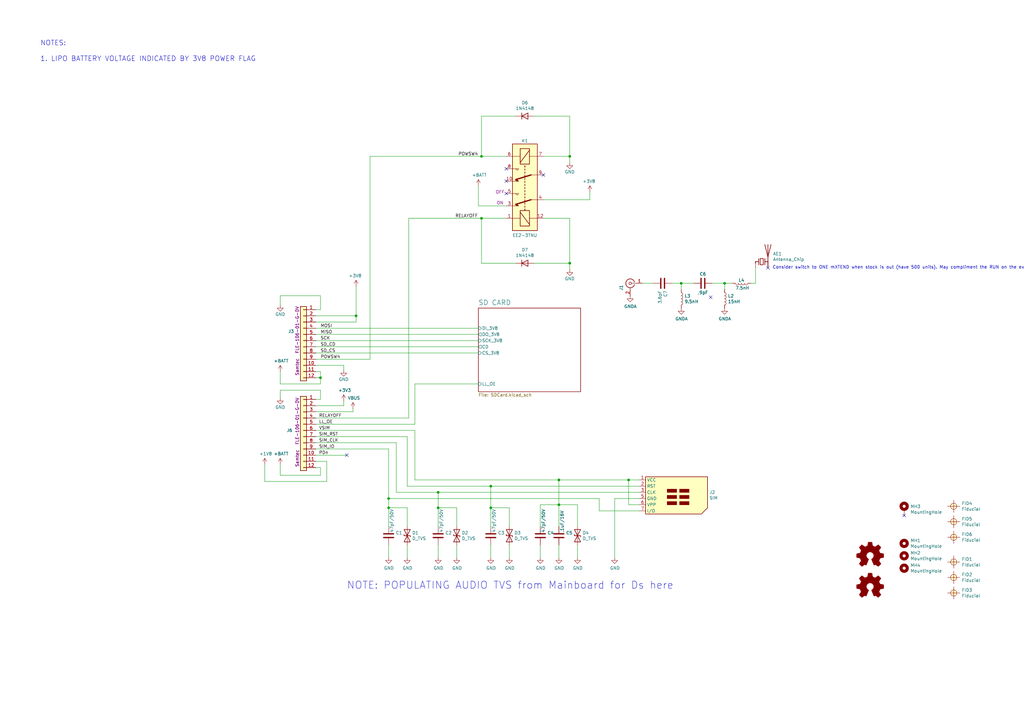
<source format=kicad_sch>
(kicad_sch (version 20211123) (generator eeschema)
  (paper "A3")
  (title_block (title "4G ROTARY CELLPHONE DAUGHTERBOARD") (company "J. Haupt") (comment 1 "Sky's Edge"))
  (lib_symbols
    (symbol "Connector:Conn_Coaxial" (pin_names (offset 1.016) hide)
      (property "Reference" "J" (at 0.254 3.048 0))
      (property "Value" "Conn_Coaxial" (at 2.921 0 90))
      (symbol "Conn_Coaxial_0_1"
        (arc (start -1.778 -0.508) (mid 0.222 -1.808) (end 1.778 0) (stroke (width 0.254)))
        (polyline (pts (xy -2.54 0) (xy -0.508 0)))
        (polyline (pts (xy 0 -2.54) (xy 0 -1.778)))
        (circle (center 0 0) (radius 0.508) (stroke (width 0.2032)))
        (arc (start 1.778 0) (mid 0.222 1.8083) (end -1.778 0.508) (stroke (width 0.254)))
      )
      (symbol "Conn_Coaxial_1_1"
        (pin passive line (at -5.08 0 0) (length 2.54) (name "In") (number "1"))
        (pin passive line (at 0 -5.08 90) (length 2.54) (name "Ext") (number "2"))
      )
    )
    (symbol "Connector:SIM_Card"
      (property "Reference" "J" (at -2.54 12.7 0))
      (property "Value" "SIM_Card" (at -1.27 10.16 0))
      (symbol "SIM_Card_0_1"
        (rectangle (start -1.27 -2.54) (end 2.54 -1.27) (stroke (width 0.254)) (fill (type outline)))
        (rectangle (start -1.27 0) (end 2.54 1.27) (stroke (width 0.254)) (fill (type outline)))
        (rectangle (start -1.27 2.54) (end 2.54 3.81) (stroke (width 0.254)) (fill (type outline)))
        (polyline (pts (xy -10.16 8.89) (xy 15.24 8.89) (xy 15.24 -3.81) (xy 12.7 -6.35) (xy -10.16 -6.35) (xy -10.16 8.89)) (stroke (width 0.254)) (fill (type background)))
        (rectangle (start 3.81 -1.27) (end 7.62 -2.54) (stroke (width 0.254)) (fill (type outline)))
        (rectangle (start 3.81 0) (end 7.62 1.27) (stroke (width 0.254)) (fill (type outline)))
        (rectangle (start 3.81 2.54) (end 7.62 3.81) (stroke (width 0.254)) (fill (type outline)))
      )
      (symbol "SIM_Card_1_1"
        (pin power_in line (at -12.7 7.62 0) (length 2.54) (name "VCC") (number "1"))
        (pin input line (at -12.7 5.08 0) (length 2.54) (name "RST") (number "2"))
        (pin input line (at -12.7 2.54 0) (length 2.54) (name "CLK") (number "3"))
        (pin power_in line (at -12.7 0 0) (length 2.54) (name "GND") (number "5"))
        (pin input line (at -12.7 -2.54 0) (length 2.54) (name "VPP") (number "6"))
        (pin bidirectional line (at -12.7 -5.08 0) (length 2.54) (name "I/O") (number "7"))
      )
    )
    (symbol "Connector_Generic:Conn_01x12" (pin_names (offset 1.016) hide)
      (property "Reference" "J" (at 0 15.24 0))
      (property "Value" "Conn_01x12" (at 0 -17.78 0))
      (symbol "Conn_01x12_1_1"
        (rectangle (start -1.27 -15.113) (end 0 -15.367) (stroke (width 0.1524)))
        (rectangle (start -1.27 -12.573) (end 0 -12.827) (stroke (width 0.1524)))
        (rectangle (start -1.27 -10.033) (end 0 -10.287) (stroke (width 0.1524)))
        (rectangle (start -1.27 -7.493) (end 0 -7.747) (stroke (width 0.1524)))
        (rectangle (start -1.27 -4.953) (end 0 -5.207) (stroke (width 0.1524)))
        (rectangle (start -1.27 -2.413) (end 0 -2.667) (stroke (width 0.1524)))
        (rectangle (start -1.27 0.127) (end 0 -0.127) (stroke (width 0.1524)))
        (rectangle (start -1.27 2.667) (end 0 2.413) (stroke (width 0.1524)))
        (rectangle (start -1.27 5.207) (end 0 4.953) (stroke (width 0.1524)))
        (rectangle (start -1.27 7.747) (end 0 7.493) (stroke (width 0.1524)))
        (rectangle (start -1.27 10.287) (end 0 10.033) (stroke (width 0.1524)))
        (rectangle (start -1.27 12.827) (end 0 12.573) (stroke (width 0.1524)))
        (rectangle (start -1.27 13.97) (end 1.27 -16.51) (stroke (width 0.254)) (fill (type background)))
        (pin passive line (at -5.08 12.7 0) (length 3.81) (name "Pin_1") (number "1"))
        (pin passive line (at -5.08 -10.16 0) (length 3.81) (name "Pin_10") (number "10"))
        (pin passive line (at -5.08 -12.7 0) (length 3.81) (name "Pin_11") (number "11"))
        (pin passive line (at -5.08 -15.24 0) (length 3.81) (name "Pin_12") (number "12"))
        (pin passive line (at -5.08 10.16 0) (length 3.81) (name "Pin_2") (number "2"))
        (pin passive line (at -5.08 7.62 0) (length 3.81) (name "Pin_3") (number "3"))
        (pin passive line (at -5.08 5.08 0) (length 3.81) (name "Pin_4") (number "4"))
        (pin passive line (at -5.08 2.54 0) (length 3.81) (name "Pin_5") (number "5"))
        (pin passive line (at -5.08 0 0) (length 3.81) (name "Pin_6") (number "6"))
        (pin passive line (at -5.08 -2.54 0) (length 3.81) (name "Pin_7") (number "7"))
        (pin passive line (at -5.08 -5.08 0) (length 3.81) (name "Pin_8") (number "8"))
        (pin passive line (at -5.08 -7.62 0) (length 3.81) (name "Pin_9") (number "9"))
      )
    )
    (symbol "Device:Antenna_Chip" (pin_numbers hide) (pin_names (offset 1.016) hide)
      (property "Reference" "AE" (at 0 5.08 0))
      (property "Value" "Antenna_Chip" (at 0 3.175 0))
      (symbol "Antenna_Chip_0_1"
        (polyline (pts (xy -2.54 0) (xy -2.54 -0.635)) (stroke (width 0.254)))
        (polyline (pts (xy -2.54 0) (xy -1.27 0)) (stroke (width 0.254)))
        (polyline (pts (xy 1.27 0) (xy 2.54 0)) (stroke (width 0.254)))
        (polyline (pts (xy 1.27 1.27) (xy 1.27 -1.27)) (stroke (width 0.254)))
        (polyline (pts (xy 2.54 -0.635) (xy 2.54 0)))
        (polyline (pts (xy 2.54 6.985) (xy 2.54 -1.905)) (stroke (width 0.254)))
        (polyline (pts (xy -1.27 1.27) (xy -1.27 -1.27) (xy -1.27 0)) (stroke (width 0.254)))
        (polyline (pts (xy 3.81 6.985) (xy 2.54 1.905) (xy 1.27 6.985)) (stroke (width 0.254)))
        (polyline (pts (xy -0.635 1.27) (xy 0.635 1.27) (xy 0.635 -1.27) (xy -0.635 -1.27) (xy -0.635 1.27)) (stroke (width 0.254)))
      )
      (symbol "Antenna_Chip_1_1"
        (pin input line (at -2.54 -2.54 90) (length 2.54) (name "FEED") (number "1"))
        (pin passive line (at 2.54 -2.54 90) (length 2.54) (name "PCB_Trace") (number "2"))
      )
    )
    (symbol "Device:C" (pin_numbers hide) (pin_names (offset 0.254))
      (property "Reference" "C" (at 0.635 2.54 0))
      (property "Value" "C" (at 0.635 -2.54 0))
      (symbol "C_0_1"
        (polyline (pts (xy -2.032 -0.762) (xy 2.032 -0.762)) (stroke (width 0.508)))
        (polyline (pts (xy -2.032 0.762) (xy 2.032 0.762)) (stroke (width 0.508)))
      )
      (symbol "C_1_1"
        (pin passive line (at 0 3.81 270) (length 2.794) (name "~") (number "1"))
        (pin passive line (at 0 -3.81 90) (length 2.794) (name "~") (number "2"))
      )
    )
    (symbol "Device:D_TVS" (pin_numbers hide) (pin_names (offset 1.016) hide)
      (property "Reference" "D" (at 0 2.54 0))
      (property "Value" "D_TVS" (at 0 -2.54 0))
      (symbol "D_TVS_0_1"
        (polyline (pts (xy 1.27 0) (xy -1.27 0)))
        (polyline (pts (xy 0.508 1.27) (xy 0 1.27) (xy 0 -1.27) (xy -0.508 -1.27)) (stroke (width 0.254)))
        (polyline (pts (xy -2.54 1.27) (xy -2.54 -1.27) (xy 2.54 1.27) (xy 2.54 -1.27) (xy -2.54 1.27)) (stroke (width 0.254)))
      )
      (symbol "D_TVS_1_1"
        (pin passive line (at -3.81 0 0) (length 2.54) (name "A1") (number "1"))
        (pin passive line (at 3.81 0 180) (length 2.54) (name "A2") (number "2"))
      )
    )
    (symbol "Device:L" (pin_numbers hide) (pin_names (offset 1.016) hide)
      (property "Reference" "L" (at -1.27 0 90))
      (property "Value" "L" (at 1.905 0 90))
      (symbol "L_0_1"
        (arc (start 0 -2.54) (mid 0.635 -1.905) (end 0 -1.27))
        (arc (start 0 -1.27) (mid 0.635 -0.635) (end 0 0))
        (arc (start 0 0) (mid 0.635 0.635) (end 0 1.27))
        (arc (start 0 1.27) (mid 0.635 1.905) (end 0 2.54))
      )
      (symbol "L_1_1"
        (pin passive line (at 0 3.81 270) (length 1.27) (name "1") (number "1"))
        (pin passive line (at 0 -3.81 90) (length 1.27) (name "2") (number "2"))
      )
    )
    (symbol "Diode:1N4148" (pin_numbers hide) (pin_names (offset 1.016) hide)
      (property "Reference" "D" (at 0 2.54 0))
      (property "Value" "1N4148" (at 0 -2.54 0))
      (symbol "1N4148_0_1"
        (polyline (pts (xy -1.27 1.27) (xy -1.27 -1.27)) (stroke (width 0.254)))
        (polyline (pts (xy 1.27 0) (xy -1.27 0)))
        (polyline (pts (xy 1.27 1.27) (xy 1.27 -1.27) (xy -1.27 0) (xy 1.27 1.27)) (stroke (width 0.254)))
      )
      (symbol "1N4148_1_1"
        (pin passive line (at -3.81 0 0) (length 2.54) (name "K") (number "1"))
        (pin passive line (at 3.81 0 180) (length 2.54) (name "A") (number "2"))
      )
    )
    (symbol "Graphic:Logo_Open_Hardware_Small" (pin_names (offset 1.016))
      (symbol "Logo_Open_Hardware_Small_0_1"
        (polyline (pts (xy 3.3528 -4.3434) (xy 3.302 -4.318) (xy 3.175 -4.2418) (xy 2.9972 -4.1148) (xy 2.7686 -3.9624) (xy 2.54 -3.81) (xy 2.3622 -3.7084) (xy 2.2352 -3.6068) (xy 2.1844 -3.5814) (xy 2.159 -3.6068) (xy 2.0574 -3.6576) (xy 1.905 -3.7338) (xy 1.8034 -3.7846) (xy 1.6764 -3.8354) (xy 1.6002 -3.8354) (xy 1.6002 -3.8354) (xy 1.5494 -3.7338) (xy 1.4732 -3.5306) (xy 1.3462 -3.302) (xy 1.2446 -3.0226) (xy 1.1176 -2.7178) (xy 0.9652 -2.413) (xy 0.8636 -2.1082) (xy 0.7366 -1.8288) (xy 0.6604 -1.6256) (xy 0.6096 -1.4732) (xy 0.5842 -1.397) (xy 0.5842 -1.397) (xy 0.6604 -1.3208) (xy 0.7874 -1.2446) (xy 1.0414 -1.016) (xy 1.2954 -0.6858) (xy 1.4478 -0.3302) (xy 1.524 0.0762) (xy 1.4732 0.4572) (xy 1.3208 0.8128) (xy 1.0668 1.143) (xy 0.762 1.3716) (xy 0.4064 1.524) (xy 0 1.5748) (xy -0.381 1.5494) (xy -0.7366 1.397) (xy -1.0668 1.143) (xy -1.2192 0.9906) (xy -1.397 0.6604) (xy -1.524 0.3048) (xy -1.524 0.2286) (xy -1.4986 -0.1778) (xy -1.397 -0.5334) (xy -1.1938 -0.8636) (xy -0.9144 -1.143) (xy -0.8636 -1.1684) (xy -0.7366 -1.27) (xy -0.635 -1.3462) (xy -0.5842 -1.397) (xy -1.0668 -2.5908) (xy -1.143 -2.794) (xy -1.2954 -3.1242) (xy -1.397 -3.4036) (xy -1.4986 -3.6322) (xy -1.5748 -3.7846) (xy -1.6002 -3.8354) (xy -1.6002 -3.8354) (xy -1.651 -3.8354) (xy -1.7272 -3.81) (xy -1.905 -3.7338) (xy -2.0066 -3.683) (xy -2.1336 -3.6068) (xy -2.2098 -3.5814) (xy -2.2606 -3.6068) (xy -2.3622 -3.683) (xy -2.54 -3.81) (xy -2.7686 -3.9624) (xy -2.9718 -4.0894) (xy -3.1496 -4.2164) (xy -3.302 -4.318) (xy -3.3528 -4.3434) (xy -3.3782 -4.3434) (xy -3.429 -4.318) (xy -3.5306 -4.2164) (xy -3.7084 -4.064) (xy -3.937 -3.8354) (xy -3.9624 -3.81) (xy -4.1656 -3.6068) (xy -4.318 -3.4544) (xy -4.4196 -3.3274) (xy -4.445 -3.2766) (xy -4.445 -3.2766) (xy -4.4196 -3.2258) (xy -4.318 -3.0734) (xy -4.2164 -2.8956) (xy -4.064 -2.667) (xy -3.6576 -2.0828) (xy -3.8862 -1.5494) (xy -3.937 -1.3716) (xy -4.0386 -1.1684) (xy -4.0894 -1.0414) (xy -4.1148 -0.9652) (xy -4.191 -0.9398) (xy -4.318 -0.9144) (xy -4.5466 -0.8636) (xy -4.8006 -0.8128) (xy -5.0546 -0.7874) (xy -5.2578 -0.7366) (xy -5.4356 -0.7112) (xy -5.5118 -0.6858) (xy -5.5118 -0.6858) (xy -5.5372 -0.635) (xy -5.5372 -0.5588) (xy -5.5372 -0.4318) (xy -5.5626 -0.2286) (xy -5.5626 0.0762) (xy -5.5626 0.127) (xy -5.5372 0.4064) (xy -5.5372 0.635) (xy -5.5372 0.762) (xy -5.5372 0.8382) (xy -5.5372 0.8382) (xy -5.461 0.8382) (xy -5.3086 0.889) (xy -5.08 0.9144) (xy -4.826 0.9652) (xy -4.8006 0.9906) (xy -4.5466 1.0414) (xy -4.318 1.0668) (xy -4.1656 1.1176) (xy -4.0894 1.143) (xy -4.0894 1.143) (xy -4.0386 1.2446) (xy -3.9624 1.4224) (xy -3.8608 1.6256) (xy -3.7846 1.8288) (xy -3.7084 2.0066) (xy -3.6576 2.159) (xy -3.6322 2.2098) (xy -3.6322 2.2098) (xy -3.683 2.286) (xy -3.7592 2.413) (xy -3.8862 2.5908) (xy -4.064 2.8194) (xy -4.064 2.8448) (xy -4.2164 3.0734) (xy -4.3434 3.2512) (xy -4.4196 3.3782) (xy -4.445 3.4544) (xy -4.445 3.4544) (xy -4.3942 3.5052) (xy -4.2926 3.6322) (xy -4.1148 3.81) (xy -3.937 4.0132) (xy -3.8608 4.064) (xy -3.6576 4.2926) (xy -3.5052 4.4196) (xy -3.4036 4.4958) (xy -3.3528 4.5212) (xy -3.3528 4.5212) (xy -3.302 4.4704) (xy -3.1496 4.3688) (xy -2.9718 4.2418) (xy -2.7432 4.0894) (xy -2.7178 4.0894) (xy -2.4892 3.937) (xy -2.3114 3.81) (xy -2.1844 3.7084) (xy -2.1336 3.683) (xy -2.1082 3.683) (xy -2.032 3.7084) (xy -1.8542 3.7592) (xy -1.6764 3.8354) (xy -1.4732 3.937) (xy -1.27 4.0132) (xy -1.143 4.064) (xy -1.0668 4.1148) (xy -1.0668 4.1148) (xy -1.0414 4.191) (xy -1.016 4.3434) (xy -0.9652 4.572) (xy -0.9144 4.8514) (xy -0.889 4.9022) (xy -0.8382 5.1562) (xy -0.8128 5.3848) (xy -0.7874 5.5372) (xy -0.762 5.588) (xy -0.7112 5.6134) (xy -0.5842 5.6134) (xy -0.4064 5.6134) (xy -0.1524 5.6134) (xy 0.0762 5.6134) (xy 0.3302 5.6134) (xy 0.5334 5.6134) (xy 0.6858 5.588) (xy 0.7366 5.588) (xy 0.7366 5.588) (xy 0.762 5.5118) (xy 0.8128 5.334) (xy 0.8382 5.1054) (xy 0.9144 4.826) (xy 0.9144 4.7752) (xy 0.9652 4.5212) (xy 1.016 4.2926) (xy 1.0414 4.1402) (xy 1.0668 4.0894) (xy 1.0668 4.0894) (xy 1.1938 4.0386) (xy 1.3716 3.9624) (xy 1.5748 3.8608) (xy 2.0828 3.6576) (xy 2.7178 4.0894) (xy 2.7686 4.1402) (xy 2.9972 4.2926) (xy 3.175 4.4196) (xy 3.302 4.4958) (xy 3.3782 4.5212) (xy 3.3782 4.5212) (xy 3.429 4.4704) (xy 3.556 4.3434) (xy 3.7338 4.191) (xy 3.9116 3.9878) (xy 4.064 3.8354) (xy 4.2418 3.6576) (xy 4.3434 3.556) (xy 4.4196 3.4798) (xy 4.4196 3.429) (xy 4.4196 3.4036) (xy 4.3942 3.3274) (xy 4.2926 3.2004) (xy 4.1656 2.9972) (xy 4.0132 2.794) (xy 3.8862 2.5908) (xy 3.7592 2.3876) (xy 3.6576 2.2352) (xy 3.6322 2.159) (xy 3.6322 2.1336) (xy 3.683 2.0066) (xy 3.7592 1.8288) (xy 3.8608 1.6002) (xy 4.064 1.1176) (xy 4.3942 1.0414) (xy 4.5974 1.016) (xy 4.8768 0.9652) (xy 5.1308 0.9144) (xy 5.5372 0.8382) (xy 5.5626 -0.6604) (xy 5.4864 -0.6858) (xy 5.4356 -0.6858) (xy 5.2832 -0.7366) (xy 5.0546 -0.762) (xy 4.8006 -0.8128) (xy 4.5974 -0.8636) (xy 4.3688 -0.9144) (xy 4.2164 -0.9398) (xy 4.1402 -0.9398) (xy 4.1148 -0.9652) (xy 4.064 -1.0668) (xy 3.9878 -1.2446) (xy 3.9116 -1.4478) (xy 3.81 -1.651) (xy 3.7338 -1.8542) (xy 3.683 -2.0066) (xy 3.6576 -2.0828) (xy 3.683 -2.1336) (xy 3.7846 -2.2606) (xy 3.8862 -2.4638) (xy 4.0386 -2.667) (xy 4.191 -2.8956) (xy 4.318 -3.0734) (xy 4.3942 -3.2004) (xy 4.445 -3.2766) (xy 4.4196 -3.3274) (xy 4.3434 -3.429) (xy 4.1656 -3.5814) (xy 3.937 -3.8354) (xy 3.8862 -3.8608) (xy 3.683 -4.064) (xy 3.5306 -4.2164) (xy 3.4036 -4.318) (xy 3.3528 -4.3434)) (fill (type outline)))
      )
    )
    (symbol "Mechanical:MountingHole" (pin_names (offset 1.016))
      (property "Reference" "H" (at 0 5.08 0))
      (property "Value" "MountingHole" (at 0 3.175 0))
      (symbol "MountingHole_0_1"
        (circle (center 0 0) (radius 1.27) (stroke (width 1.27)))
      )
    )
    (symbol "Mechanical:MountingHole_Pad" (pin_numbers hide) (pin_names (offset 1.016) hide)
      (property "Reference" "H" (at 0 6.35 0))
      (property "Value" "MountingHole_Pad" (at 0 4.445 0))
      (symbol "MountingHole_Pad_0_1"
        (circle (center 0 1.27) (radius 1.27) (stroke (width 1.27)))
      )
      (symbol "MountingHole_Pad_1_1"
        (pin input line (at 0 -2.54 90) (length 2.54) (name "1") (number "1"))
      )
    )
    (symbol "MyLibrary:Fiducial" (pin_names (offset 1.016))
      (property "Reference" "FID" (at 0 -3.81 0))
      (property "Value" "MyLibrary_Fiducial" (at 0 3.81 0))
      (symbol "Fiducial_0_1"
        (polyline (pts (xy -2.54 0) (xy 2.54 0)))
        (polyline (pts (xy 0 -2.54) (xy 0 2.54)))
        (circle (center 0 0) (radius 1.27) (fill (type background)))
      )
    )
    (symbol "MyLibrary:RELAY_2COIL" (pin_names (offset 1.016))
      (property "Reference" "K" (at -17.78 6.35 0))
      (property "Value" "MyLibrary_RELAY_2COIL" (at 20.32 -6.35 0))
      (symbol "RELAY_2COIL_1_1"
        (rectangle (start -17.78 5.08) (end 17.78 -5.08) (stroke (width 0.254)) (fill (type background)))
        (rectangle (start -15.875 1.905) (end -9.525 -1.905) (stroke (width 0.254)))
        (polyline (pts (xy -15.24 -1.905) (xy -10.16 1.905)) (stroke (width 0.254)))
        (polyline (pts (xy -12.7 -5.08) (xy -12.7 -1.905)))
        (polyline (pts (xy -12.7 5.08) (xy -12.7 1.905)))
        (polyline (pts (xy -9.525 0) (xy -8.89 0)) (stroke (width 0.254)))
        (polyline (pts (xy -9.525 0) (xy -8.89 0)) (stroke (width 0.254)))
        (polyline (pts (xy -8.255 0) (xy -7.62 0)) (stroke (width 0.254)))
        (polyline (pts (xy -7.62 2.54) (xy -7.62 5.08)))
        (polyline (pts (xy -6.985 0) (xy -6.35 0)) (stroke (width 0.254)))
        (polyline (pts (xy -5.715 0) (xy -5.08 0)) (stroke (width 0.254)))
        (polyline (pts (xy -5.08 -2.54) (xy -6.985 3.81)) (stroke (width 0.508)))
        (polyline (pts (xy -5.08 -2.54) (xy -5.08 -5.08)))
        (polyline (pts (xy -4.445 0) (xy -3.81 0)) (stroke (width 0.254)))
        (polyline (pts (xy -3.175 0) (xy -2.54 0)) (stroke (width 0.254)))
        (polyline (pts (xy -2.54 2.54) (xy -2.54 5.08)))
        (polyline (pts (xy -1.905 0) (xy -1.27 0)) (stroke (width 0.254)))
        (polyline (pts (xy -0.635 0) (xy 0 0)) (stroke (width 0.254)))
        (polyline (pts (xy 0.635 0) (xy 1.27 0)) (stroke (width 0.254)))
        (polyline (pts (xy 1.905 0) (xy 2.54 0)) (stroke (width 0.254)))
        (polyline (pts (xy 2.54 2.54) (xy 2.54 5.08)))
        (polyline (pts (xy 3.175 0) (xy 3.81 0)) (stroke (width 0.254)))
        (polyline (pts (xy 4.445 0) (xy 5.08 0)) (stroke (width 0.254)))
        (polyline (pts (xy 5.08 -2.54) (xy 3.175 3.81)) (stroke (width 0.508)))
        (polyline (pts (xy 5.08 -2.54) (xy 5.08 -5.08)))
        (polyline (pts (xy 5.715 0) (xy 6.35 0)) (stroke (width 0.254)))
        (polyline (pts (xy 6.985 0) (xy 7.62 0)) (stroke (width 0.254)))
        (polyline (pts (xy 7.62 2.54) (xy 7.62 5.08)))
        (polyline (pts (xy 8.255 0) (xy 8.89 0)) (stroke (width 0.254)))
        (polyline (pts (xy 8.255 0) (xy 8.89 0)) (stroke (width 0.254)))
        (polyline (pts (xy 12.7 -5.08) (xy 12.7 -1.905)))
        (polyline (pts (xy 12.7 5.08) (xy 12.7 1.905)))
        (polyline (pts (xy 15.24 -1.905) (xy 10.16 1.905)) (stroke (width 0.254)))
        (polyline (pts (xy -7.62 2.54) (xy -6.985 3.175) (xy -7.62 3.81)) (fill (type outline)))
        (polyline (pts (xy -2.54 2.54) (xy -3.175 3.175) (xy -2.54 3.81)))
        (polyline (pts (xy 2.54 2.54) (xy 3.175 3.175) (xy 2.54 3.81)) (fill (type outline)))
        (polyline (pts (xy 7.62 2.54) (xy 6.985 3.175) (xy 7.62 3.81)))
        (rectangle (start 15.875 1.905) (end 9.525 -1.905) (stroke (width 0.254)))
        (pin passive line (at -12.7 7.62 270) (length 2.54) (name "~") (number "1"))
        (pin passive line (at 2.54 7.62 270) (length 2.54) (name "~") (number "10"))
        (pin passive line (at -12.7 -7.62 90) (length 2.54) (name "~") (number "12"))
        (pin passive line (at -7.62 7.62 270) (length 2.54) (name "~") (number "3"))
        (pin passive line (at -5.08 -7.62 90) (length 2.54) (name "~") (number "4"))
        (pin passive line (at -2.54 7.62 270) (length 2.54) (name "~") (number "5"))
        (pin passive line (at 12.7 7.62 270) (length 2.54) (name "~") (number "6"))
        (pin passive line (at 12.7 -7.62 90) (length 2.54) (name "~") (number "7"))
        (pin passive line (at 7.62 7.62 270) (length 2.54) (name "~") (number "8"))
        (pin passive line (at 5.08 -7.62 90) (length 2.54) (name "~") (number "9"))
      )
    )
    (symbol "power:+1V8" (power) (pin_names (offset 0))
      (property "Value" "+1V8" (at 0 3.556 0))
      (symbol "+1V8_0_1"
        (polyline (pts (xy -0.762 1.27) (xy 0 2.54)))
        (polyline (pts (xy 0 0) (xy 0 2.54)))
        (polyline (pts (xy 0 2.54) (xy 0.762 1.27)))
      )
      (symbol "+1V8_1_1"
        (pin power_in line (at 0 0 90) (length 0) hide (name "+1V8") (number "1"))
      )
    )
    (symbol "power:+3V3" (power) (pin_names (offset 0))
      (property "Value" "+3V3" (at 0 3.556 0))
      (symbol "+3V3_0_1"
        (polyline (pts (xy -0.762 1.27) (xy 0 2.54)))
        (polyline (pts (xy 0 0) (xy 0 2.54)))
        (polyline (pts (xy 0 2.54) (xy 0.762 1.27)))
      )
      (symbol "+3V3_1_1"
        (pin power_in line (at 0 0 90) (length 0) hide (name "+3V3") (number "1"))
      )
    )
    (symbol "power:+3V8" (power) (pin_names (offset 0))
      (property "Value" "+3V8" (at 0 3.556 0))
      (symbol "+3V8_0_1"
        (polyline (pts (xy -0.762 1.27) (xy 0 2.54)))
        (polyline (pts (xy 0 0) (xy 0 2.54)))
        (polyline (pts (xy 0 2.54) (xy 0.762 1.27)))
      )
      (symbol "+3V8_1_1"
        (pin power_in line (at 0 0 90) (length 0) hide (name "+3V8") (number "1"))
      )
    )
    (symbol "power:+BATT" (power) (pin_names (offset 0))
      (property "Value" "+BATT" (at 0 3.556 0))
      (symbol "+BATT_0_1"
        (polyline (pts (xy -0.762 1.27) (xy 0 2.54)))
        (polyline (pts (xy 0 0) (xy 0 2.54)))
        (polyline (pts (xy 0 2.54) (xy 0.762 1.27)))
      )
      (symbol "+BATT_1_1"
        (pin power_in line (at 0 0 90) (length 0) hide (name "+BATT") (number "1"))
      )
    )
    (symbol "power:GND" (power) (pin_names (offset 0))
      (property "Value" "GND" (at 0 -3.81 0))
      (symbol "GND_0_1"
        (polyline (pts (xy 0 0) (xy 0 -1.27) (xy 1.27 -1.27) (xy 0 -2.54) (xy -1.27 -1.27) (xy 0 -1.27)))
      )
      (symbol "GND_1_1"
        (pin power_in line (at 0 0 270) (length 0) hide (name "GND") (number "1"))
      )
    )
    (symbol "power:GNDA" (power) (pin_names (offset 0))
      (property "Value" "GNDA" (at 0 -3.81 0))
      (symbol "GNDA_0_1"
        (polyline (pts (xy 0 0) (xy 0 -1.27) (xy 1.27 -1.27) (xy 0 -2.54) (xy -1.27 -1.27) (xy 0 -1.27)))
      )
      (symbol "GNDA_1_1"
        (pin power_in line (at 0 0 270) (length 0) hide (name "GNDA") (number "1"))
      )
    )
    (symbol "power:VBUS" (power) (pin_names (offset 0))
      (property "Value" "VBUS" (at 0 3.81 0))
      (symbol "VBUS_0_1"
        (polyline (pts (xy -0.762 1.27) (xy 0 2.54)))
        (polyline (pts (xy 0 0) (xy 0 2.54)))
        (polyline (pts (xy 0 2.54) (xy 0.762 1.27)))
      )
      (symbol "VBUS_1_1"
        (pin power_in line (at 0 0 90) (length 0) hide (name "VBUS") (number "1"))
      )
    )
  )
  (junction (at 201.295 208.28))
  (junction (at 233.68 64.135))
  (junction (at 179.705 201.93))
  (junction (at 233.68 107.95))
  (junction (at 229.235 196.85))
  (junction (at 197.485 89.535))
  (junction (at 159.385 208.28))
  (junction (at 131.445 154.94))
  (junction (at 257.81 196.85))
  (junction (at 201.295 199.39))
  (junction (at 229.235 207.01))
  (junction (at 197.485 64.135))
  (junction (at 179.705 208.28))
  (junction (at 279.4 116.205))
  (junction (at 146.05 129.54))
  (junction (at 159.385 204.47))
  (junction (at 297.18 116.205))
  (no_connect (at 207.645 69.215))
  (no_connect (at 207.645 74.295))
  (no_connect (at 314.96 109.855))
  (no_connect (at 207.645 79.375))
  (no_connect (at 222.885 71.755))
  (no_connect (at 142.24 186.69))
  (no_connect (at 291.465 121.92))
  (no_connect (at 370.84 211.455))
  (wire (pts (xy 197.485 64.135) (xy 197.485 47.625)))
  (wire (pts (xy 262.255 204.47) (xy 252.095 204.47)))
  (wire (pts (xy 133.985 189.23) (xy 133.985 197.485)))
  (wire (pts (xy 201.295 208.28) (xy 201.295 199.39)))
  (wire (pts (xy 144.78 168.91) (xy 129.54 168.91)))
  (wire (pts (xy 229.235 196.85) (xy 170.18 196.85)))
  (wire (pts (xy 129.54 132.08) (xy 146.05 132.08)))
  (wire (pts (xy 133.985 197.485) (xy 108.585 197.485)))
  (wire (pts (xy 179.705 215.9) (xy 179.705 208.28)))
  (wire (pts (xy 229.235 196.85) (xy 257.81 196.85)))
  (wire (pts (xy 170.18 196.85) (xy 170.18 176.53)))
  (wire (pts (xy 146.05 132.08) (xy 146.05 129.54)))
  (wire (pts (xy 257.81 196.85) (xy 262.255 196.85)))
  (wire (pts (xy 129.54 144.78) (xy 196.215 144.78)))
  (wire (pts (xy 131.445 163.83) (xy 131.445 160.02)))
  (wire (pts (xy 201.295 215.9) (xy 201.295 208.28)))
  (wire (pts (xy 167.005 199.39) (xy 201.295 199.39)))
  (wire (pts (xy 262.255 207.01) (xy 257.81 207.01)))
  (wire (pts (xy 236.855 215.9) (xy 236.855 207.01)))
  (wire (pts (xy 146.05 117.475) (xy 146.05 129.54)))
  (wire (pts (xy 201.295 199.39) (xy 262.255 199.39)))
  (wire (pts (xy 201.295 223.52) (xy 201.295 228.6)))
  (wire (pts (xy 233.68 64.135) (xy 222.885 64.135)))
  (wire (pts (xy 114.935 160.02) (xy 114.935 163.195)))
  (wire (pts (xy 151.765 64.135) (xy 197.485 64.135)))
  (wire (pts (xy 279.4 118.745) (xy 279.4 116.205)))
  (wire (pts (xy 236.855 228.6) (xy 236.855 223.52)))
  (wire (pts (xy 187.325 208.28) (xy 179.705 208.28)))
  (wire (pts (xy 179.705 208.28) (xy 179.705 201.93)))
  (wire (pts (xy 245.745 204.47) (xy 245.745 209.55)))
  (wire (pts (xy 211.455 107.95) (xy 197.485 107.95)))
  (wire (pts (xy 309.88 116.205) (xy 307.975 116.205)))
  (wire (pts (xy 167.64 89.535) (xy 197.485 89.535)))
  (wire (pts (xy 129.54 179.07) (xy 167.005 179.07)))
  (wire (pts (xy 236.855 207.01) (xy 229.235 207.01)))
  (wire (pts (xy 131.445 154.94) (xy 131.445 157.48)))
  (wire (pts (xy 129.54 186.69) (xy 142.24 186.69)))
  (wire (pts (xy 129.54 163.83) (xy 131.445 163.83)))
  (wire (pts (xy 146.05 129.54) (xy 129.54 129.54)))
  (wire (pts (xy 241.935 81.915) (xy 241.935 78.74)))
  (wire (pts (xy 129.54 152.4) (xy 131.445 152.4)))
  (wire (pts (xy 297.18 118.745) (xy 297.18 116.205)))
  (wire (pts (xy 197.485 47.625) (xy 211.455 47.625)))
  (wire (pts (xy 129.54 166.37) (xy 140.97 166.37)))
  (wire (pts (xy 229.235 215.9) (xy 229.235 207.01)))
  (wire (pts (xy 151.765 147.32) (xy 151.765 64.135)))
  (wire (pts (xy 108.585 197.485) (xy 108.585 190.5)))
  (wire (pts (xy 233.68 66.675) (xy 233.68 64.135)))
  (wire (pts (xy 129.54 149.86) (xy 140.97 149.86)))
  (wire (pts (xy 196.215 84.455) (xy 207.645 84.455)))
  (wire (pts (xy 129.54 184.15) (xy 159.385 184.15)))
  (wire (pts (xy 179.705 223.52) (xy 179.705 228.6)))
  (wire (pts (xy 309.88 109.855) (xy 309.88 116.205)))
  (wire (pts (xy 170.18 173.99) (xy 170.18 157.48)))
  (wire (pts (xy 229.235 207.01) (xy 221.615 207.01)))
  (wire (pts (xy 219.075 47.625) (xy 233.68 47.625)))
  (wire (pts (xy 129.54 189.23) (xy 133.985 189.23)))
  (wire (pts (xy 140.97 164.465) (xy 140.97 166.37)))
  (wire (pts (xy 114.935 190.5) (xy 114.935 194.945)))
  (wire (pts (xy 208.915 215.9) (xy 208.915 208.28)))
  (wire (pts (xy 167.005 215.9) (xy 167.005 208.28)))
  (wire (pts (xy 233.68 47.625) (xy 233.68 64.135)))
  (wire (pts (xy 170.18 173.99) (xy 129.54 173.99)))
  (wire (pts (xy 167.64 171.45) (xy 167.64 89.535)))
  (wire (pts (xy 245.745 209.55) (xy 262.255 209.55)))
  (wire (pts (xy 197.485 107.95) (xy 197.485 89.535)))
  (wire (pts (xy 114.935 125.095) (xy 114.935 121.285)))
  (wire (pts (xy 159.385 184.15) (xy 159.385 204.47)))
  (wire (pts (xy 263.525 116.205) (xy 267.97 116.205)))
  (wire (pts (xy 159.385 215.9) (xy 159.385 208.28)))
  (wire (pts (xy 222.885 81.915) (xy 241.935 81.915)))
  (wire (pts (xy 114.935 121.285) (xy 131.445 121.285)))
  (wire (pts (xy 221.615 207.01) (xy 221.615 215.9)))
  (wire (pts (xy 131.445 194.945) (xy 131.445 191.77)))
  (wire (pts (xy 279.4 116.205) (xy 284.48 116.205)))
  (wire (pts (xy 159.385 208.28) (xy 159.385 204.47)))
  (wire (pts (xy 196.215 76.2) (xy 196.215 84.455)))
  (wire (pts (xy 208.915 223.52) (xy 208.915 228.6)))
  (wire (pts (xy 162.56 201.93) (xy 179.705 201.93)))
  (wire (pts (xy 207.645 64.135) (xy 197.485 64.135)))
  (wire (pts (xy 140.97 151.765) (xy 140.97 149.86)))
  (wire (pts (xy 129.54 171.45) (xy 167.64 171.45)))
  (wire (pts (xy 222.885 89.535) (xy 233.68 89.535)))
  (wire (pts (xy 300.355 116.205) (xy 297.18 116.205)))
  (wire (pts (xy 129.54 127) (xy 131.445 127)))
  (wire (pts (xy 162.56 181.61) (xy 162.56 201.93)))
  (wire (pts (xy 229.235 223.52) (xy 229.235 228.6)))
  (wire (pts (xy 167.005 179.07) (xy 167.005 199.39)))
  (wire (pts (xy 221.615 223.52) (xy 221.615 228.6)))
  (wire (pts (xy 129.54 147.32) (xy 151.765 147.32)))
  (wire (pts (xy 114.935 157.48) (xy 114.935 152.4)))
  (wire (pts (xy 229.235 207.01) (xy 229.235 196.85)))
  (wire (pts (xy 129.54 137.16) (xy 196.215 137.16)))
  (wire (pts (xy 233.68 107.95) (xy 233.68 89.535)))
  (wire (pts (xy 252.095 204.47) (xy 252.095 228.6)))
  (wire (pts (xy 131.445 157.48) (xy 114.935 157.48)))
  (wire (pts (xy 129.54 142.24) (xy 196.215 142.24)))
  (wire (pts (xy 129.54 191.77) (xy 131.445 191.77)))
  (wire (pts (xy 219.075 107.95) (xy 233.68 107.95)))
  (wire (pts (xy 159.385 204.47) (xy 245.745 204.47)))
  (wire (pts (xy 131.445 127) (xy 131.445 121.285)))
  (wire (pts (xy 170.18 176.53) (xy 129.54 176.53)))
  (wire (pts (xy 129.54 134.62) (xy 196.215 134.62)))
  (wire (pts (xy 159.385 223.52) (xy 159.385 228.6)))
  (wire (pts (xy 257.81 207.01) (xy 257.81 196.85)))
  (wire (pts (xy 297.18 116.205) (xy 292.1 116.205)))
  (wire (pts (xy 167.005 208.28) (xy 159.385 208.28)))
  (wire (pts (xy 208.915 208.28) (xy 201.295 208.28)))
  (wire (pts (xy 129.54 154.94) (xy 131.445 154.94)))
  (wire (pts (xy 170.18 157.48) (xy 196.215 157.48)))
  (wire (pts (xy 114.935 194.945) (xy 131.445 194.945)))
  (wire (pts (xy 207.645 89.535) (xy 197.485 89.535)))
  (wire (pts (xy 233.68 110.49) (xy 233.68 107.95)))
  (wire (pts (xy 167.005 223.52) (xy 167.005 228.6)))
  (wire (pts (xy 187.325 223.52) (xy 187.325 228.6)))
  (wire (pts (xy 131.445 160.02) (xy 114.935 160.02)))
  (wire (pts (xy 187.325 215.9) (xy 187.325 208.28)))
  (wire (pts (xy 129.54 139.7) (xy 196.215 139.7)))
  (wire (pts (xy 144.78 167.64) (xy 144.78 168.91)))
  (wire (pts (xy 129.54 181.61) (xy 162.56 181.61)))
  (wire (pts (xy 279.4 116.205) (xy 275.59 116.205)))
  (wire (pts (xy 131.445 152.4) (xy 131.445 154.94)))
  (wire (pts (xy 179.705 201.93) (xy 262.255 201.93)))
  (text "NOTES:\n\n1. LIPO BATTERY VOLTAGE INDICATED BY 3V8 POWER FLAG" (at 16.51 25.4 0) (effects (font (size 2.0066 2.0066)) (justify left bottom)))
  (text "Consider switch to ONE mXTEND when stock is out (have 500 units). May compliment the RUN on the external antenna." (at 316.865 110.49 0) (effects (font (size 1.27 1.27)) (justify left bottom)))
  (text "NOTE: POPULATING AUDIO TVS from Mainboard for Ds here" (at 142.24 241.935 0) (effects (font (size 3 3)) (justify left bottom)))
  (label "SIM_CLK" (at 130.81 181.61 0))
  (label "RELAYOFF" (at 130.81 171.45 0))
  (label "SIM_IO" (at 130.81 184.15 0))
  (label "LL_OE" (at 130.81 173.99 0))
  (label "SIM_RST" (at 130.81 179.07 0))
  (label "SCK" (at 131.445 139.7 0))
  (label "SD_CS" (at 131.445 144.78 0))
  (label "VSIM" (at 130.81 176.53 0))
  (label "RELAYOFF" (at 186.69 89.535 0))
  (label "SD_CD" (at 131.445 142.24 0))
  (label "MOSI" (at 131.445 134.62 0))
  (label "POWSW4" (at 187.96 64.135 0))
  (label "PDn" (at 130.81 186.69 0))
  (label "MISO" (at 131.445 137.16 0))
  (label "POWSW4" (at 131.445 147.32 0))
  (symbol (lib_id "Mechanical:MountingHole") (at 370.84 233.045 0) (unit 1)
    (property "Reference" "MH4" (at 373.38 231.8766 0) (effects (justify left)))
    (property "Value" "MountingHole" (at 373.38 234.188 0) (effects (justify left)))
    (property "Footprint" "MountingHole:MountingHole_2.2mm_M2" (effects hide))
  )
  (symbol (lib_id "MyLibrary:Fiducial") (at 391.16 207.645 0) (unit 1)
    (property "Reference" "FID4" (at 394.4112 206.4766 0) (effects (justify left)))
    (property "Value" "Fiducial" (at 394.4112 208.788 0) (effects (justify left)))
    (property "Footprint" "Fiducial:Fiducial_0.75mm_Dia_1.5mm_Outer" (effects hide))
  )
  (symbol (lib_id "MyLibrary:Fiducial") (at 391.16 213.995 0) (unit 1)
    (property "Reference" "FID5" (at 394.4112 212.8266 0) (effects (justify left)))
    (property "Value" "Fiducial" (at 394.4112 215.138 0) (effects (justify left)))
    (property "Footprint" "Fiducial:Fiducial_0.75mm_Dia_1.5mm_Outer" (effects hide))
  )
  (symbol (lib_id "MyLibrary:Fiducial") (at 391.16 220.345 0) (unit 1)
    (property "Reference" "FID6" (at 394.4112 219.1766 0) (effects (justify left)))
    (property "Value" "Fiducial" (at 394.4112 221.488 0) (effects (justify left)))
    (property "Footprint" "Fiducial:Fiducial_0.75mm_Dia_1.5mm_Outer" (effects hide))
  )
  (symbol (lib_id "Graphic:Logo_Open_Hardware_Small") (at 356.87 227.965 0) (unit 1)
    (property "Reference" "LOGO1" (effects hide))
    (property "Value" "Logo1" (effects hide))
    (property "Footprint" "MyFootprints:SkysEdge_18mm" (effects hide))
  )
  (symbol (lib_id "Graphic:Logo_Open_Hardware_Small") (at 356.87 240.665 0) (unit 1)
    (property "Reference" "LOGO2" (effects hide))
    (property "Value" "Logo2" (effects hide))
    (property "Footprint" "MyFootprints:SkysEdge_18mm" (effects hide))
  )
  (symbol (lib_id "MyLibrary:Fiducial") (at 391.16 236.855 0) (unit 1)
    (property "Reference" "FID2" (at 394.4112 235.6866 0) (effects (justify left)))
    (property "Value" "Fiducial" (at 394.4112 237.998 0) (effects (justify left)))
    (property "Footprint" "Fiducial:Fiducial_0.75mm_Dia_1.5mm_Outer" (effects hide))
  )
  (symbol (lib_id "MyLibrary:Fiducial") (at 391.16 230.505 0) (unit 1)
    (property "Reference" "FID1" (at 394.4112 229.3366 0) (effects (justify left)))
    (property "Value" "Fiducial" (at 394.4112 231.648 0) (effects (justify left)))
    (property "Footprint" "Fiducial:Fiducial_0.75mm_Dia_1.5mm_Outer" (effects hide))
  )
  (symbol (lib_id "MyLibrary:Fiducial") (at 391.16 243.205 0) (unit 1)
    (property "Reference" "FID3" (at 394.4112 242.0366 0) (effects (justify left)))
    (property "Value" "Fiducial" (at 394.4112 244.348 0) (effects (justify left)))
    (property "Footprint" "Fiducial:Fiducial_0.75mm_Dia_1.5mm_Outer" (effects hide))
  )
  (symbol (lib_id "Connector_Generic:Conn_01x12") (at 124.46 139.7 0) (mirror y) (unit 1)
    (property "Reference" "J3" (at 119.38 135.89 0))
    (property "Value" "Conn_01x12" (effects hide))
    (property "Footprint" "MyFootprints:Samtec_2x6HeaderSocket_FLE-106-01-G-DV" (effects hide))
    (property "Mfg. Name" "Samtec" (at 121.92 150.495 90))
    (property "Mfg. Part No." "FLE-106-01-G-DV" (at 121.92 135.255 90))
  )
  (symbol (lib_id "Connector_Generic:Conn_01x12") (at 124.46 176.53 0) (mirror y) (unit 1)
    (property "Reference" "J6" (at 118.745 176.53 0))
    (property "Value" "Conn_01x12" (effects hide))
    (property "Footprint" "MyFootprints:Samtec_2x6HeaderSocket_FLE-106-01-G-DV" (effects hide))
    (property "Mfg. Name" "Samtec" (at 121.92 187.96 90))
    (property "Mfg. Part No." "FLE-106-01-G-DV" (at 121.92 172.72 90))
  )
  (symbol (lib_id "Connector:SIM_Card") (at 274.955 204.47 0) (unit 1)
    (property "Reference" "J2" (at 290.9316 201.93 0) (effects (justify left)))
    (property "Value" "SIM" (at 290.9316 204.2414 0) (effects (justify left)))
    (property "Footprint" "MyFootprints:SIMHolder_Amph7111S2015X02LF" (effects hide))
    (property "Mfg. Name" "JAE" (effects hide))
    (property "Mfg. Part No." "SF7W006S1AR1000" (effects hide))
    (property "2nd Chc. Mfg. Name" "AVX Corp." (effects hide))
    (property "2nd Chc. Part No." "009162006301150" (effects hide))
  )
  (symbol (lib_id "power:GND") (at 252.095 228.6 0) (unit 1)
    (property "Reference" "#PWR0105" (effects hide))
    (property "Value" "GND" (at 252.222 232.9942 0))
  )
  (symbol (lib_id "Device:C") (at 159.385 219.71 0) (unit 1)
    (property "Reference" "C1" (at 162.306 218.5416 0) (effects (justify left)))
    (property "Value" "47pF/50V" (at 160.655 218.44 90) (effects (justify left)))
    (property "Footprint" "Capacitor_SMD:C_0603_1608Metric" (effects hide))
    (property "Mfg. Name" "Murata" (effects hide))
    (property "Mfg. Part No." "GRM1555C1H470JA01D" (effects hide))
  )
  (symbol (lib_id "Device:C") (at 229.235 219.71 0) (unit 1)
    (property "Reference" "C5" (at 232.156 218.5416 0) (effects (justify left)))
    (property "Value" ".1uF/16V" (at 230.505 218.44 90) (effects (justify left)))
    (property "Footprint" "Capacitor_SMD:C_0603_1608Metric" (effects hide))
    (property "Mfg. Name" "Kemet" (effects hide))
    (property "Mfg. Part No." "C0402C104K4RACTU" (effects hide))
  )
  (symbol (lib_id "Device:D_TVS") (at 167.005 219.71 270) (unit 1)
    (property "Reference" "D1" (at 169.0116 218.5416 90) (effects (justify left)))
    (property "Value" "D_TVS" (at 169.0116 220.853 90) (effects (justify left)))
    (property "Footprint" "Diode_SMD:D_0603_1608Metric" (effects hide))
    (property "Mfg. Name" "Littelfuse" (effects hide))
    (property "Mfg. Part No." "PESD0402-140" (effects hide))
  )
  (symbol (lib_id "Device:D_TVS") (at 187.325 219.71 270) (unit 1)
    (property "Reference" "D2" (at 189.3316 218.5416 90) (effects (justify left)))
    (property "Value" "D_TVS" (at 189.3316 220.853 90) (effects (justify left)))
    (property "Footprint" "Diode_SMD:D_0603_1608Metric" (effects hide))
    (property "Mfg. Name" "Littelfuse" (effects hide))
    (property "Mfg. Part No." "PESD0402-140" (effects hide))
  )
  (symbol (lib_id "Device:D_TVS") (at 208.915 219.71 270) (unit 1)
    (property "Reference" "D3" (at 210.9216 218.5416 90) (effects (justify left)))
    (property "Value" "D_TVS" (at 210.9216 220.853 90) (effects (justify left)))
    (property "Footprint" "Diode_SMD:D_0603_1608Metric" (effects hide))
    (property "Mfg. Name" "Littelfuse" (effects hide))
    (property "Mfg. Part No." "PESD0402-140" (effects hide))
  )
  (symbol (lib_id "Device:D_TVS") (at 236.855 219.71 270) (unit 1)
    (property "Reference" "D4" (at 238.8616 218.5416 90) (effects (justify left)))
    (property "Value" "D_TVS" (at 238.8616 220.853 90) (effects (justify left)))
    (property "Footprint" "Diode_SMD:D_0603_1608Metric" (effects hide))
    (property "Mfg. Name" "Littelfuse" (effects hide))
    (property "Mfg. Part No." "PESD0402-140" (effects hide))
  )
  (symbol (lib_id "power:GND") (at 236.855 228.6 0) (unit 1)
    (property "Reference" "#PWR0106" (effects hide))
    (property "Value" "GND" (at 236.982 232.9942 0))
  )
  (symbol (lib_id "power:GND") (at 229.235 228.6 0) (unit 1)
    (property "Reference" "#PWR0107" (effects hide))
    (property "Value" "GND" (at 229.362 232.9942 0))
  )
  (symbol (lib_id "power:GND") (at 221.615 228.6 0) (unit 1)
    (property "Reference" "#PWR0108" (effects hide))
    (property "Value" "GND" (at 221.742 232.9942 0))
  )
  (symbol (lib_id "power:GND") (at 208.915 228.6 0) (unit 1)
    (property "Reference" "#PWR0109" (effects hide))
    (property "Value" "GND" (at 209.042 232.9942 0))
  )
  (symbol (lib_id "power:GND") (at 201.295 228.6 0) (unit 1)
    (property "Reference" "#PWR0110" (effects hide))
    (property "Value" "GND" (at 201.422 232.9942 0))
  )
  (symbol (lib_id "power:GND") (at 187.325 228.6 0) (unit 1)
    (property "Reference" "#PWR0111" (effects hide))
    (property "Value" "GND" (at 187.452 232.9942 0))
  )
  (symbol (lib_id "power:GND") (at 179.705 228.6 0) (unit 1)
    (property "Reference" "#PWR0112" (effects hide))
    (property "Value" "GND" (at 179.832 232.9942 0))
  )
  (symbol (lib_id "power:GND") (at 167.005 228.6 0) (unit 1)
    (property "Reference" "#PWR0113" (effects hide))
    (property "Value" "GND" (at 167.132 232.9942 0))
  )
  (symbol (lib_id "power:GND") (at 159.385 228.6 0) (unit 1)
    (property "Reference" "#PWR0114" (effects hide))
    (property "Value" "GND" (at 159.512 232.9942 0))
  )
  (symbol (lib_id "Device:C") (at 179.705 219.71 0) (unit 1)
    (property "Reference" "C2" (at 182.626 218.5416 0) (effects (justify left)))
    (property "Value" "47pF/50V" (at 180.975 218.44 90) (effects (justify left)))
    (property "Footprint" "Capacitor_SMD:C_0603_1608Metric" (effects hide))
    (property "Mfg. Name" "Murata" (effects hide))
    (property "Mfg. Part No." "GRM1555C1H470JA01D" (effects hide))
  )
  (symbol (lib_id "Device:C") (at 201.295 219.71 0) (unit 1)
    (property "Reference" "C3" (at 204.216 218.5416 0) (effects (justify left)))
    (property "Value" "47pF/50V" (at 202.565 218.44 90) (effects (justify left)))
    (property "Footprint" "Capacitor_SMD:C_0603_1608Metric" (effects hide))
    (property "Mfg. Name" "Murata" (effects hide))
    (property "Mfg. Part No." "GRM1555C1H470JA01D" (effects hide))
  )
  (symbol (lib_id "Device:C") (at 221.615 219.71 0) (unit 1)
    (property "Reference" "C4" (at 224.536 218.5416 0) (effects (justify left)))
    (property "Value" "47pF/50V" (at 222.885 218.44 90) (effects (justify left)))
    (property "Footprint" "Capacitor_SMD:C_0603_1608Metric" (effects hide))
    (property "Mfg. Name" "Murata" (effects hide))
    (property "Mfg. Part No." "GRM1555C1H470JA01D" (effects hide))
  )
  (symbol (lib_id "power:+3V8") (at 146.05 117.475 0) (mirror y) (unit 1)
    (property "Reference" "#PWR0102" (effects hide))
    (property "Value" "+3V8" (at 145.669 113.0808 0))
  )
  (symbol (lib_id "power:GND") (at 114.935 163.195 0) (mirror y) (unit 1)
    (property "Reference" "#PWR0104" (effects hide))
    (property "Value" "GND" (at 114.935 167.005 0))
  )
  (symbol (lib_id "power:VBUS") (at 144.78 167.64 0) (unit 1)
    (property "Reference" "#PWR0118" (effects hide))
    (property "Value" "VBUS" (at 145.161 163.2458 0))
  )
  (symbol (lib_id "Mechanical:MountingHole_Pad") (at 370.84 208.915 0) (unit 1)
    (property "Reference" "MH3" (at 373.38 207.7466 0) (effects (justify left)))
    (property "Value" "MountingHole" (at 373.38 210.058 0) (effects (justify left)))
    (property "Footprint" "MyFootprints:MountingHole_2mm" (effects hide))
  )
  (symbol (lib_id "Mechanical:MountingHole") (at 370.84 227.965 0) (unit 1)
    (property "Reference" "MH2" (at 373.38 226.7966 0) (effects (justify left)))
    (property "Value" "MountingHole" (at 373.38 229.108 0) (effects (justify left)))
    (property "Footprint" "MountingHole:MountingHole_2.2mm_M2" (effects hide))
  )
  (symbol (lib_id "Mechanical:MountingHole") (at 370.84 222.885 0) (unit 1)
    (property "Reference" "MH1" (at 373.38 221.7166 0) (effects (justify left)))
    (property "Value" "MountingHole" (at 373.38 224.028 0) (effects (justify left)))
    (property "Footprint" "MountingHole:MountingHole_2.2mm_M2" (effects hide))
  )
  (symbol (lib_id "MyLibrary:RELAY_2COIL") (at 215.265 76.835 90) (unit 1)
    (property "Reference" "K1" (at 215.265 57.785 90))
    (property "Value" "EE2-3TNU " (at 215.265 96.52 90))
    (property "Footprint" "MyFootprints:Relay_Kemet_EE2-3TNU" (effects hide))
    (property "Mfg. Name" "Kemet" (effects hide))
    (property "Mfg. Part No." "EE2-3TNU " (effects hide))
    (property "Note" "ON" (at 205.105 83.185 90))
    (property "Note" "OFF" (at 205.105 78.74 90))
  )
  (symbol (lib_id "Diode:1N4148") (at 215.265 107.95 0) (unit 1)
    (property "Reference" "D7" (at 215.265 102.4636 0))
    (property "Value" "1N4148" (at 215.265 104.775 0))
    (property "Footprint" "Diode_SMD:D_SOD-123" (effects hide))
    (property "Datasheet" "http://www.nxp.com/documents/data_sheet/1N4148_1N4448.pdf" (effects hide))
    (property "Mfg. Name" "Diodes Incorporated" (effects hide))
    (property "Mfg. Part No." " 1N4148W-13-F" (effects hide))
  )
  (symbol (lib_id "Diode:1N4148") (at 215.265 47.625 0) (unit 1)
    (property "Reference" "D6" (at 215.265 42.1386 0))
    (property "Value" "1N4148" (at 215.265 44.45 0))
    (property "Footprint" "Diode_SMD:D_SOD-123" (effects hide))
    (property "Datasheet" "http://www.nxp.com/documents/data_sheet/1N4148_1N4448.pdf" (effects hide))
    (property "Mfg. Name" "Diodes Incorporated" (effects hide))
    (property "Mfg. Part No." " 1N4148W-13-F" (effects hide))
  )
  (symbol (lib_id "power:GND") (at 233.68 110.49 0) (mirror y) (unit 1)
    (property "Reference" "#PWR0103" (effects hide))
    (property "Value" "GND" (at 233.68 114.3 0))
  )
  (symbol (lib_id "power:+3V8") (at 241.935 78.74 0) (mirror y) (unit 1)
    (property "Reference" "#PWR0115" (effects hide))
    (property "Value" "+3V8" (at 241.554 74.3458 0))
  )
  (symbol (lib_id "power:GND") (at 233.68 66.675 0) (mirror y) (unit 1)
    (property "Reference" "#PWR0116" (effects hide))
    (property "Value" "GND" (at 233.68 70.485 0))
  )
  (symbol (lib_id "power:GND") (at 140.97 151.765 0) (mirror y) (unit 1)
    (property "Reference" "#PWR0120" (effects hide))
    (property "Value" "GND" (at 140.97 155.575 0))
  )
  (symbol (lib_id "power:GND") (at 114.935 125.095 0) (mirror y) (unit 1)
    (property "Reference" "#PWR0121" (effects hide))
    (property "Value" "GND" (at 114.935 128.905 0))
  )
  (symbol (lib_id "power:+BATT") (at 114.935 152.4 0) (unit 1)
    (property "Reference" "#PWR0122" (effects hide))
    (property "Value" "+BATT" (at 115.316 148.0058 0))
  )
  (symbol (lib_id "power:+BATT") (at 196.215 76.2 0) (unit 1)
    (property "Reference" "#PWR0123" (effects hide))
    (property "Value" "+BATT" (at 196.596 71.8058 0))
  )
  (symbol (lib_id "power:+BATT") (at 114.935 190.5 0) (unit 1)
    (property "Reference" "#PWR0124" (effects hide))
    (property "Value" "+BATT" (at 115.316 186.1058 0))
  )
  (symbol (lib_id "power:+3V3") (at 140.97 164.465 0) (unit 1)
    (property "Reference" "#PWR0119" (effects hide))
    (property "Value" "+3V3" (at 141.351 160.0708 0))
  )
  (symbol (lib_id "Device:Antenna_Chip") (at 312.42 107.315 0) (unit 1)
    (property "Reference" "AE1" (at 316.992 104.0892 0) (effects (justify left)))
    (property "Value" "Antenna_Chip" (at 316.992 106.4006 0) (effects (justify left)))
    (property "Footprint" "MyFootprints:XCVR_NN02-232" (effects hide))
    (property "Mfg. Name" "Ignion" (effects hide))
    (property "Mfg. Part No." "NN02-232" (effects hide))
  )
  (symbol (lib_id "Device:C") (at 271.78 116.205 270) (unit 1)
    (property "Reference" "C7" (at 272.9484 119.126 0) (effects (justify left)))
    (property "Value" "3.6pF" (at 270.637 119.126 0) (effects (justify left)))
    (property "Footprint" "Capacitor_SMD:C_0402_1005Metric" (effects hide))
    (property "Mfg. Name" "Murata" (effects hide))
    (property "Mfg. Part No." "GJM1555C1H3R6WB01" (effects hide))
  )
  (symbol (lib_id "Device:L") (at 297.18 122.555 0) (unit 1)
    (property "Reference" "L2" (at 298.5262 121.3866 0) (effects (justify left)))
    (property "Value" "15nH" (at 298.5262 123.698 0) (effects (justify left)))
    (property "Footprint" "Inductor_SMD:L_0603_1608Metric" (effects hide))
    (property "Mfg. Part No." "LQW18AN15NG00" (effects hide))
    (property "Mfg. Name" "Murata" (effects hide))
  )
  (symbol (lib_id "Connector:Conn_Coaxial") (at 258.445 116.205 0) (mirror y) (unit 1)
    (property "Reference" "J1" (at 254.762 118.0084 90))
    (property "Value" "Conn_Coaxial" (effects hide))
    (property "Footprint" "Connector_Coaxial:U.FL_Molex_MCRF_73412-0110_Vertical" (effects hide))
    (property "Datasheet" " ~" (effects hide))
    (property "Mfg. Name" "Molex" (effects hide))
    (property "Mfg. Part No." "0734120110" (effects hide))
  )
  (symbol (lib_id "Device:C") (at 288.29 116.205 270) (unit 1)
    (property "Reference" "C6" (at 288.29 112.395 90))
    (property "Value" ".9pF" (at 288.29 120.015 90))
    (property "Footprint" "Capacitor_SMD:C_0402_1005Metric" (effects hide))
    (property "Mfg. Name" "Murata" (effects hide))
    (property "Mfg. Part No." "GJM1555C1HR90WB01" (effects hide))
  )
  (symbol (lib_id "power:GNDA") (at 279.4 126.365 0) (unit 1)
    (property "Reference" "#PWR0126" (effects hide))
    (property "Value" "GNDA" (at 279.527 130.7592 0))
  )
  (symbol (lib_id "power:GNDA") (at 258.445 121.285 0) (unit 1)
    (property "Reference" "#PWR0127" (effects hide))
    (property "Value" "GNDA" (at 258.572 125.6792 0))
  )
  (symbol (lib_id "power:GNDA") (at 297.18 126.365 0) (unit 1)
    (property "Reference" "#PWR0128" (effects hide))
    (property "Value" "GNDA" (at 297.307 130.7592 0))
  )
  (symbol (lib_id "Device:L") (at 304.165 116.205 270) (unit 1)
    (property "Reference" "L4" (at 302.895 114.935 90) (effects (justify left)))
    (property "Value" "7.5nH" (at 301.625 118.11 90) (effects (justify left)))
    (property "Footprint" "Inductor_SMD:L_0603_1608Metric" (effects hide))
    (property "Mfg. Name" "Murata" (effects hide))
    (property "Mfg. Part No." "LQW18AN7N5C80" (effects hide))
    (property "Alt. Part No." "LQW18AN7N5D00D" (effects hide))
  )
  (symbol (lib_id "Device:L") (at 279.4 122.555 0) (unit 1)
    (property "Reference" "L3" (at 280.7462 121.3866 0) (effects (justify left)))
    (property "Value" "9.5nH" (at 280.7462 123.698 0) (effects (justify left)))
    (property "Footprint" "Inductor_SMD:L_0603_1608Metric" (effects hide))
    (property "Mfg. Name" "Muarata" (effects hide))
    (property "Mfg. Part No." "LQW18AN9N5G80" (effects hide))
    (property "Alt. Value" "9.1nH" (effects hide))
    (property "Alt. Part No." "LQW18AN9N1D00D" (effects hide))
  )
  (symbol (lib_id "power:+1V8") (at 108.585 190.5 0) (unit 1)
    (property "Reference" "#PWR0101" (effects hide))
    (property "Value" "+1V8" (at 108.966 186.1058 0))
  )
  (sheet (at 196.215 126.365) (size 41.91 34.29)
    (property "Sheet name" "SD CARD" (at 196.215 125.2851 0) (effects (font (size 2.0066 2.0066)) (justify left bottom)))
    (property "Sheet file" "SDCard.kicad_sch" (at 196.215 161.2396 0) (effects (justify left top)))
    (pin "CS_3V8" input (at 196.215 144.78 180))
    (pin "DI_3V8" input (at 196.215 134.62 180))
    (pin "DO_3V8" output (at 196.215 137.16 180))
    (pin "LL_OE" input (at 196.215 157.48 180))
    (pin "CD" output (at 196.215 142.24 180))
    (pin "SCK_3V8" input (at 196.215 139.7 180))
  )
)
</source>
